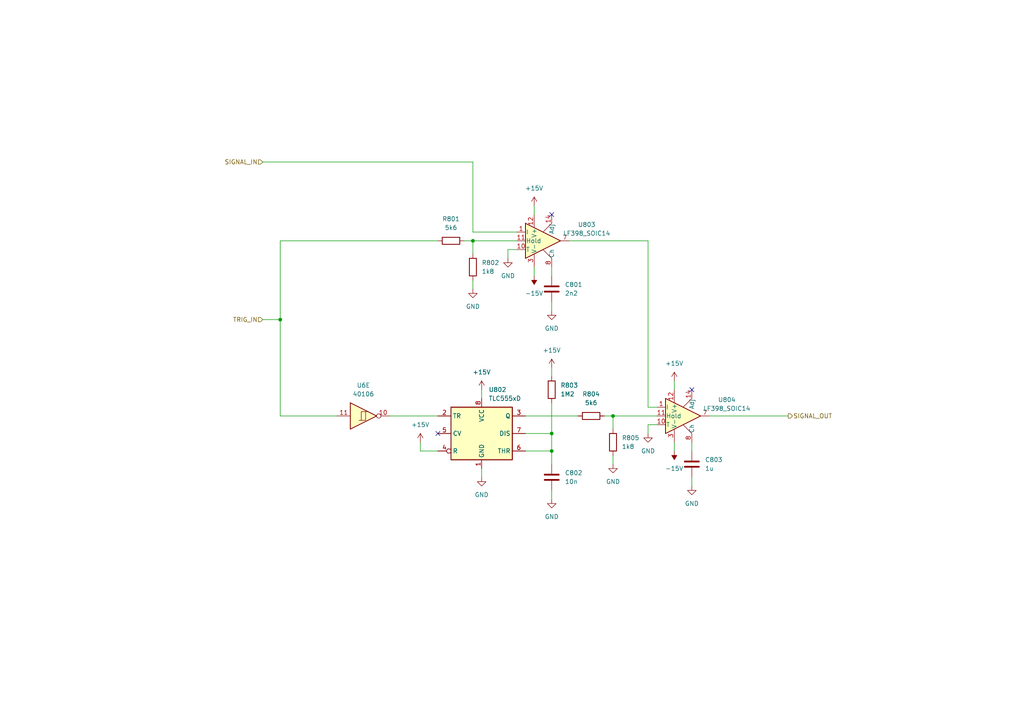
<source format=kicad_sch>
(kicad_sch (version 20211123) (generator eeschema)
  (paper "A4")
  (title_block (title "Josh Ox Ribbon Synth Ribbon board") (date "2022-06-17") (rev "0") (comment 1 "creativecommons.org/licences/by/4.0") (comment 2 "license: CC by 4.0") (comment 3 "Author: Jordan Aceto"))
  (lib_symbols
    (symbol "4xxx:40106" (pin_names (offset 1.016))
      (property "Reference" "U" (at 0 1.27 0))
      (property "Value" "40106" (at 0 -1.27 0))
      (symbol "40106_1_0"
        (polyline (pts (xy -0.635 -1.27) (xy -0.635 1.27) (xy 0.635 1.27)))
        (polyline (pts (xy -3.81 3.81) (xy -3.81 -3.81) (xy 3.81 0) (xy -3.81 3.81)) (stroke (width 0.254)) (fill (type background)))
        (polyline (pts (xy -1.27 -1.27) (xy 0.635 -1.27) (xy 0.635 1.27) (xy 1.27 1.27)))
        (pin input line (at -7.62 0 0) (length 3.81) (name "~") (number "1"))
        (pin output inverted (at 7.62 0 180) (length 3.81) (name "~") (number "2"))
      )
      (symbol "40106_2_0"
        (polyline (pts (xy -0.635 -1.27) (xy -0.635 1.27) (xy 0.635 1.27)))
        (polyline (pts (xy -3.81 3.81) (xy -3.81 -3.81) (xy 3.81 0) (xy -3.81 3.81)) (stroke (width 0.254)) (fill (type background)))
        (polyline (pts (xy -1.27 -1.27) (xy 0.635 -1.27) (xy 0.635 1.27) (xy 1.27 1.27)))
        (pin input line (at -7.62 0 0) (length 3.81) (name "~") (number "3"))
        (pin output inverted (at 7.62 0 180) (length 3.81) (name "~") (number "4"))
      )
      (symbol "40106_3_0"
        (polyline (pts (xy -0.635 -1.27) (xy -0.635 1.27) (xy 0.635 1.27)))
        (polyline (pts (xy -3.81 3.81) (xy -3.81 -3.81) (xy 3.81 0) (xy -3.81 3.81)) (stroke (width 0.254)) (fill (type background)))
        (polyline (pts (xy -1.27 -1.27) (xy 0.635 -1.27) (xy 0.635 1.27) (xy 1.27 1.27)))
        (pin input line (at -7.62 0 0) (length 3.81) (name "~") (number "5"))
        (pin output inverted (at 7.62 0 180) (length 3.81) (name "~") (number "6"))
      )
      (symbol "40106_4_0"
        (polyline (pts (xy -0.635 -1.27) (xy -0.635 1.27) (xy 0.635 1.27)))
        (polyline (pts (xy -3.81 3.81) (xy -3.81 -3.81) (xy 3.81 0) (xy -3.81 3.81)) (stroke (width 0.254)) (fill (type background)))
        (polyline (pts (xy -1.27 -1.27) (xy 0.635 -1.27) (xy 0.635 1.27) (xy 1.27 1.27)))
        (pin output inverted (at 7.62 0 180) (length 3.81) (name "~") (number "8"))
        (pin input line (at -7.62 0 0) (length 3.81) (name "~") (number "9"))
      )
      (symbol "40106_5_0"
        (polyline (pts (xy -0.635 -1.27) (xy -0.635 1.27) (xy 0.635 1.27)))
        (polyline (pts (xy -3.81 3.81) (xy -3.81 -3.81) (xy 3.81 0) (xy -3.81 3.81)) (stroke (width 0.254)) (fill (type background)))
        (polyline (pts (xy -1.27 -1.27) (xy 0.635 -1.27) (xy 0.635 1.27) (xy 1.27 1.27)))
        (pin output inverted (at 7.62 0 180) (length 3.81) (name "~") (number "10"))
        (pin input line (at -7.62 0 0) (length 3.81) (name "~") (number "11"))
      )
      (symbol "40106_6_0"
        (polyline (pts (xy -0.635 -1.27) (xy -0.635 1.27) (xy 0.635 1.27)))
        (polyline (pts (xy -3.81 3.81) (xy -3.81 -3.81) (xy 3.81 0) (xy -3.81 3.81)) (stroke (width 0.254)) (fill (type background)))
        (polyline (pts (xy -1.27 -1.27) (xy 0.635 -1.27) (xy 0.635 1.27) (xy 1.27 1.27)))
        (pin output inverted (at 7.62 0 180) (length 3.81) (name "~") (number "12"))
        (pin input line (at -7.62 0 0) (length 3.81) (name "~") (number "13"))
      )
      (symbol "40106_7_0"
        (pin power_in line (at 0 12.7 270) (length 5.08) (name "VDD") (number "14"))
        (pin power_in line (at 0 -12.7 90) (length 5.08) (name "VSS") (number "7"))
      )
      (symbol "40106_7_1"
        (rectangle (start -5.08 7.62) (end 5.08 -7.62) (stroke (width 0.254)) (fill (type background)))
      )
    )
    (symbol "Analog:LF398_SOIC14" (pin_names (offset 0.127))
      (property "Reference" "U" (at 5.08 3.81 0))
      (property "Value" "LF398_SOIC14" (at 5.08 -2.54 0))
      (symbol "LF398_SOIC14_0_1"
        (polyline (pts (xy 0 -2.54) (xy 2.54 -5.08)))
        (polyline (pts (xy 2.54 5.08) (xy 0 2.54)))
        (polyline (pts (xy -5.08 5.08) (xy 5.08 0) (xy -5.08 -5.08) (xy -5.08 5.08)) (stroke (width 0.254)) (fill (type background)))
      )
      (symbol "LF398_SOIC14_1_1"
        (pin input line (at -7.62 2.54 0) (length 2.54) (name "I") (number "1"))
        (pin passive line (at -7.62 -2.54 0) (length 2.54) (name "T") (number "10"))
        (pin input line (at -7.62 0 0) (length 2.54) (name "Hold") (number "11"))
        (pin passive line (at -2.54 7.62 270) (length 3.81) (name "V+") (number "12"))
        (pin no_connect line (at 0 -2.54 90) (length 2.54) hide (name "NC") (number "13"))
        (pin passive line (at 2.54 7.62 270) (length 2.54) (name "Adj") (number "14"))
        (pin no_connect line (at -5.08 2.54 270) (length 2.54) hide (name "NC") (number "2"))
        (pin passive line (at -2.54 -7.62 90) (length 3.81) (name "V-") (number "3"))
        (pin no_connect line (at -2.54 2.54 270) (length 2.54) hide (name "NC") (number "4"))
        (pin no_connect line (at -5.08 -2.54 90) (length 2.54) hide (name "NC") (number "5"))
        (pin no_connect line (at -2.54 -2.54 90) (length 2.54) hide (name "NC") (number "6"))
        (pin output line (at 7.62 0 180) (length 2.54) (name "~") (number "7"))
        (pin passive line (at 2.54 -7.62 90) (length 2.54) (name "Ch") (number "8"))
        (pin no_connect line (at 0 2.54 270) (length 2.54) hide (name "NC") (number "9"))
      )
    )
    (symbol "Device:C" (pin_numbers hide) (pin_names (offset 0.254))
      (property "Reference" "C" (at 0.635 2.54 0))
      (property "Value" "C" (at 0.635 -2.54 0))
      (symbol "C_0_1"
        (polyline (pts (xy -2.032 -0.762) (xy 2.032 -0.762)) (stroke (width 0.508)))
        (polyline (pts (xy -2.032 0.762) (xy 2.032 0.762)) (stroke (width 0.508)))
      )
      (symbol "C_1_1"
        (pin passive line (at 0 3.81 270) (length 2.794) (name "~") (number "1"))
        (pin passive line (at 0 -3.81 90) (length 2.794) (name "~") (number "2"))
      )
    )
    (symbol "Device:R" (pin_numbers hide) (pin_names (offset 0))
      (property "Reference" "R" (at 2.032 0 90))
      (property "Value" "R" (at 0 0 90))
      (symbol "R_0_1"
        (rectangle (start -1.016 -2.54) (end 1.016 2.54) (stroke (width 0.254)))
      )
      (symbol "R_1_1"
        (pin passive line (at 0 3.81 270) (length 1.27) (name "~") (number "1"))
        (pin passive line (at 0 -3.81 90) (length 1.27) (name "~") (number "2"))
      )
    )
    (symbol "Timer:TLC555xD"
      (property "Reference" "U" (at -10.16 8.89 0))
      (property "Value" "TLC555xD" (at 2.54 8.89 0))
      (symbol "TLC555xD_0_0"
        (pin power_in line (at 0 -10.16 90) (length 2.54) (name "GND") (number "1"))
        (pin power_in line (at 0 10.16 270) (length 2.54) (name "VCC") (number "8"))
      )
      (symbol "TLC555xD_0_1"
        (rectangle (start -8.89 -7.62) (end 8.89 7.62) (stroke (width 0.254)) (fill (type background)))
        (rectangle (start -8.89 -7.62) (end 8.89 7.62) (stroke (width 0.254)) (fill (type background)))
      )
      (symbol "TLC555xD_1_1"
        (pin input line (at -12.7 5.08 0) (length 3.81) (name "TR") (number "2"))
        (pin output line (at 12.7 5.08 180) (length 3.81) (name "Q") (number "3"))
        (pin input inverted (at -12.7 -5.08 0) (length 3.81) (name "R") (number "4"))
        (pin input line (at -12.7 0 0) (length 3.81) (name "CV") (number "5"))
        (pin input line (at 12.7 -5.08 180) (length 3.81) (name "THR") (number "6"))
        (pin input line (at 12.7 0 180) (length 3.81) (name "DIS") (number "7"))
      )
    )
    (symbol "power:+15V" (power) (pin_names (offset 0))
      (property "Value" "+15V" (at 0 3.556 0))
      (symbol "+15V_0_1"
        (polyline (pts (xy -0.762 1.27) (xy 0 2.54)))
        (polyline (pts (xy 0 0) (xy 0 2.54)))
        (polyline (pts (xy 0 2.54) (xy 0.762 1.27)))
      )
      (symbol "+15V_1_1"
        (pin power_in line (at 0 0 90) (length 0) hide (name "+15V") (number "1"))
      )
    )
    (symbol "power:-15V" (power) (pin_names (offset 0))
      (property "Value" "-15V" (at 0 3.81 0))
      (symbol "-15V_0_0"
        (pin power_in line (at 0 0 90) (length 0) hide (name "-15V") (number "1"))
      )
      (symbol "-15V_0_1"
        (polyline (pts (xy 0 0) (xy 0 1.27) (xy 0.762 1.27) (xy 0 2.54) (xy -0.762 1.27) (xy 0 1.27)) (fill (type outline)))
      )
    )
    (symbol "power:GND" (power) (pin_names (offset 0))
      (property "Value" "GND" (at 0 -3.81 0))
      (symbol "GND_0_1"
        (polyline (pts (xy 0 0) (xy 0 -1.27) (xy 1.27 -1.27) (xy 0 -2.54) (xy -1.27 -1.27) (xy 0 -1.27)))
      )
      (symbol "GND_1_1"
        (pin power_in line (at 0 0 270) (length 0) hide (name "GND") (number "1"))
      )
    )
  )
  (junction (at 160.02 130.81))
  (junction (at 81.28 92.71))
  (junction (at 137.16 69.85))
  (junction (at 177.8 120.65))
  (junction (at 160.02 125.73))
  (no_connect (at 160.02 62.23))
  (no_connect (at 127 125.73))
  (no_connect (at 200.66 113.03))
  (wire (pts (xy 147.32 72.39) (xy 149.86 72.39)))
  (wire (pts (xy 187.96 69.85) (xy 165.1 69.85)))
  (wire (pts (xy 76.2 92.71) (xy 81.28 92.71)))
  (wire (pts (xy 200.66 138.43) (xy 200.66 140.97)))
  (wire (pts (xy 147.32 72.39) (xy 147.32 74.93)))
  (wire (pts (xy 160.02 134.62) (xy 160.02 130.81)))
  (wire (pts (xy 190.5 118.11) (xy 187.96 118.11)))
  (wire (pts (xy 177.8 132.08) (xy 177.8 134.62)))
  (wire (pts (xy 139.7 135.89) (xy 139.7 138.43)))
  (wire (pts (xy 177.8 120.65) (xy 190.5 120.65)))
  (wire (pts (xy 187.96 118.11) (xy 187.96 69.85)))
  (wire (pts (xy 154.94 77.47) (xy 154.94 80.01)))
  (wire (pts (xy 160.02 116.84) (xy 160.02 125.73)))
  (wire (pts (xy 113.03 120.65) (xy 127 120.65)))
  (wire (pts (xy 134.62 69.85) (xy 137.16 69.85)))
  (wire (pts (xy 177.8 124.46) (xy 177.8 120.65)))
  (wire (pts (xy 81.28 92.71) (xy 81.28 120.65)))
  (wire (pts (xy 154.94 59.69) (xy 154.94 62.23)))
  (wire (pts (xy 200.66 128.27) (xy 200.66 130.81)))
  (wire (pts (xy 81.28 69.85) (xy 127 69.85)))
  (wire (pts (xy 160.02 130.81) (xy 160.02 125.73)))
  (wire (pts (xy 137.16 46.99) (xy 76.2 46.99)))
  (wire (pts (xy 195.58 128.27) (xy 195.58 130.81)))
  (wire (pts (xy 137.16 73.66) (xy 137.16 69.85)))
  (wire (pts (xy 121.92 130.81) (xy 127 130.81)))
  (wire (pts (xy 152.4 130.81) (xy 160.02 130.81)))
  (wire (pts (xy 175.26 120.65) (xy 177.8 120.65)))
  (wire (pts (xy 152.4 120.65) (xy 167.64 120.65)))
  (wire (pts (xy 160.02 125.73) (xy 152.4 125.73)))
  (wire (pts (xy 187.96 123.19) (xy 187.96 125.73)))
  (wire (pts (xy 205.74 120.65) (xy 228.6 120.65)))
  (wire (pts (xy 137.16 67.31) (xy 137.16 46.99)))
  (wire (pts (xy 187.96 123.19) (xy 190.5 123.19)))
  (wire (pts (xy 149.86 67.31) (xy 137.16 67.31)))
  (wire (pts (xy 81.28 69.85) (xy 81.28 92.71)))
  (wire (pts (xy 137.16 69.85) (xy 149.86 69.85)))
  (wire (pts (xy 195.58 110.49) (xy 195.58 113.03)))
  (wire (pts (xy 81.28 120.65) (xy 97.79 120.65)))
  (wire (pts (xy 137.16 81.28) (xy 137.16 83.82)))
  (wire (pts (xy 160.02 142.24) (xy 160.02 144.78)))
  (wire (pts (xy 160.02 87.63) (xy 160.02 90.17)))
  (wire (pts (xy 121.92 128.27) (xy 121.92 130.81)))
  (wire (pts (xy 160.02 106.68) (xy 160.02 109.22)))
  (wire (pts (xy 160.02 77.47) (xy 160.02 80.01)))
  (wire (pts (xy 139.7 113.03) (xy 139.7 115.57)))
  (hierarchical_label "TRIG_IN" (shape input) (at 76.2 92.71 180))
  (hierarchical_label "SIGNAL_IN" (shape input) (at 76.2 46.99 180))
  (hierarchical_label "SIGNAL_OUT" (shape output) (at 228.6 120.65 0))
  (symbol (lib_id "Device:C") (at 160.02 138.43 0) (unit 1)
    (property "Reference" "C802" (at 163.83 137.1599 0) (effects (justify left)))
    (property "Value" "10n" (at 163.83 139.6999 0) (effects (justify left)))
    (property "Footprint" "Capacitor_SMD:C_0805_2012Metric" (effects hide))
  )
  (symbol (lib_id "4xxx:40106") (at 105.41 120.65 0) (unit 5)
    (property "Reference" "U6" (at 105.41 111.76 0))
    (property "Value" "40106" (at 105.41 114.3 0))
    (property "Footprint" "Package_SO:SOIC-14_3.9x8.7mm_P1.27mm" (effects hide))
    (property "Datasheet" "https://assets.nexperia.com/documents/data-sheet/HEF40106B.pdf" (effects hide))
  )
  (symbol (lib_id "Device:R") (at 130.81 69.85 90) (unit 1)
    (property "Reference" "R801" (at 130.81 63.5 90))
    (property "Value" "5k6" (at 130.81 66.04 90))
    (property "Footprint" "Resistor_SMD:R_0805_2012Metric" (effects hide))
  )
  (symbol (lib_id "power:-15V") (at 195.58 130.81 180) (unit 1)
    (property "Reference" "#PWR0814" (effects hide))
    (property "Value" "-15V" (at 195.58 135.89 0))
  )
  (symbol (lib_id "power:GND") (at 160.02 90.17 0) (unit 1)
    (property "Reference" "#PWR0808" (effects hide))
    (property "Value" "GND" (at 160.02 95.25 0))
  )
  (symbol (lib_id "power:+15V") (at 154.94 59.69 0) (unit 1)
    (property "Reference" "#PWR0806" (effects hide))
    (property "Value" "+15V" (at 154.94 54.61 0))
  )
  (symbol (lib_id "power:GND") (at 200.66 140.97 0) (unit 1)
    (property "Reference" "#PWR0815" (effects hide))
    (property "Value" "GND" (at 200.66 146.05 0))
  )
  (symbol (lib_id "Device:C") (at 160.02 83.82 0) (unit 1)
    (property "Reference" "C801" (at 163.83 82.5499 0) (effects (justify left)))
    (property "Value" "2n2" (at 163.83 85.0899 0) (effects (justify left)))
    (property "Footprint" "Capacitor_SMD:C_0805_2012Metric" (effects hide))
  )
  (symbol (lib_id "power:GND") (at 177.8 134.62 0) (unit 1)
    (property "Reference" "#PWR0811" (effects hide))
    (property "Value" "GND" (at 177.8 139.7 0))
  )
  (symbol (lib_id "power:-15V") (at 154.94 80.01 180) (unit 1)
    (property "Reference" "#PWR0807" (effects hide))
    (property "Value" "-15V" (at 154.94 85.09 0))
  )
  (symbol (lib_id "power:+15V") (at 139.7 113.03 0) (unit 1)
    (property "Reference" "#PWR0803" (effects hide))
    (property "Value" "+15V" (at 139.7 107.95 0))
  )
  (symbol (lib_id "power:GND") (at 137.16 83.82 0) (unit 1)
    (property "Reference" "#PWR0802" (effects hide))
    (property "Value" "GND" (at 137.16 88.9 0))
  )
  (symbol (lib_id "Device:R") (at 171.45 120.65 90) (unit 1)
    (property "Reference" "R804" (at 171.45 114.3 90))
    (property "Value" "5k6" (at 171.45 116.84 90))
    (property "Footprint" "Resistor_SMD:R_0805_2012Metric" (effects hide))
  )
  (symbol (lib_id "Device:R") (at 160.02 113.03 0) (unit 1)
    (property "Reference" "R803" (at 162.56 111.7599 0) (effects (justify left)))
    (property "Value" "1M2" (at 162.56 114.2999 0) (effects (justify left)))
    (property "Footprint" "Resistor_SMD:R_0805_2012Metric" (effects hide))
  )
  (symbol (lib_id "Device:R") (at 137.16 77.47 0) (unit 1)
    (property "Reference" "R802" (at 139.7 76.1999 0) (effects (justify left)))
    (property "Value" "1k8" (at 139.7 78.7399 0) (effects (justify left)))
    (property "Footprint" "Resistor_SMD:R_0805_2012Metric" (effects hide))
  )
  (symbol (lib_id "power:GND") (at 147.32 74.93 0) (unit 1)
    (property "Reference" "#PWR0805" (effects hide))
    (property "Value" "GND" (at 147.32 80.01 0))
  )
  (symbol (lib_id "power:+15V") (at 160.02 106.68 0) (unit 1)
    (property "Reference" "#PWR0809" (effects hide))
    (property "Value" "+15V" (at 160.02 101.6 0))
  )
  (symbol (lib_id "power:GND") (at 139.7 138.43 0) (unit 1)
    (property "Reference" "#PWR0804" (effects hide))
    (property "Value" "GND" (at 139.7 143.51 0))
  )
  (symbol (lib_id "power:+15V") (at 121.92 128.27 0) (unit 1)
    (property "Reference" "#PWR0801" (effects hide))
    (property "Value" "+15V" (at 121.92 123.19 0))
  )
  (symbol (lib_id "Device:C") (at 200.66 134.62 0) (unit 1)
    (property "Reference" "C803" (at 204.47 133.3499 0) (effects (justify left)))
    (property "Value" "1u" (at 204.47 135.8899 0) (effects (justify left)))
    (property "Footprint" "Capacitor_THT:C_Rect_L7.2mm_W5.5mm_P5.00mm_FKS2_FKP2_MKS2_MKP2" (effects hide))
  )
  (symbol (lib_id "power:GND") (at 187.96 125.73 0) (unit 1)
    (property "Reference" "#PWR0812" (effects hide))
    (property "Value" "GND" (at 187.96 130.81 0))
  )
  (symbol (lib_id "power:+15V") (at 195.58 110.49 0) (unit 1)
    (property "Reference" "#PWR0813" (effects hide))
    (property "Value" "+15V" (at 195.58 105.41 0))
  )
  (symbol (lib_id "Analog:LF398_SOIC14") (at 157.48 69.85 0) (unit 1)
    (property "Reference" "U803" (at 170.18 65.151 0))
    (property "Value" "LF398_SOIC14" (at 170.18 67.691 0))
    (property "Footprint" "Package_SO:SOIC-14_3.9x8.7mm_P1.27mm" (effects hide))
    (property "Datasheet" "http://www.ti.com/lit/ds/symlink/lf398-n.pdf" (effects hide))
  )
  (symbol (lib_id "Device:R") (at 177.8 128.27 0) (unit 1)
    (property "Reference" "R805" (at 180.34 126.9999 0) (effects (justify left)))
    (property "Value" "1k8" (at 180.34 129.5399 0) (effects (justify left)))
    (property "Footprint" "Resistor_SMD:R_0805_2012Metric" (effects hide))
  )
  (symbol (lib_id "power:GND") (at 160.02 144.78 0) (unit 1)
    (property "Reference" "#PWR0810" (effects hide))
    (property "Value" "GND" (at 160.02 149.86 0))
  )
  (symbol (lib_id "Timer:TLC555xD") (at 139.7 125.73 0) (unit 1)
    (property "Reference" "U802" (at 141.7194 113.03 0) (effects (justify left)))
    (property "Value" "TLC555xD" (at 141.7194 115.57 0) (effects (justify left)))
    (property "Footprint" "Package_SO:SOIC-8_3.9x4.9mm_P1.27mm" (effects hide))
    (property "Datasheet" "http://www.ti.com/lit/ds/symlink/tlc555.pdf" (effects hide))
  )
  (symbol (lib_id "Analog:LF398_SOIC14") (at 198.12 120.65 0) (unit 1)
    (property "Reference" "U804" (at 210.82 115.951 0))
    (property "Value" "LF398_SOIC14" (at 210.82 118.491 0))
    (property "Footprint" "Package_SO:SOIC-14_3.9x8.7mm_P1.27mm" (effects hide))
    (property "Datasheet" "http://www.ti.com/lit/ds/symlink/lf398-n.pdf" (effects hide))
  )
)
</source>
